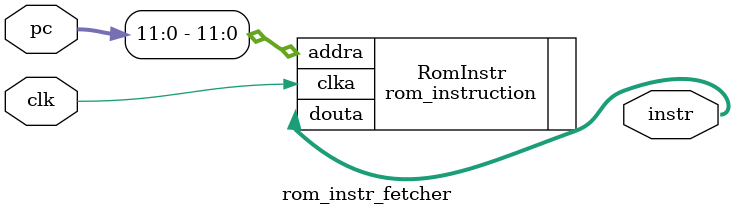
<source format=v>
`timescale 1ns / 1ps

module rom_instr_fetcher(
	input [31:0] pc,
	input clk,
	output [31:0] instr
   );
	
	rom_instruction RomInstr(.clka(clk), .addra(pc[11:0]), .douta(instr));


endmodule

</source>
